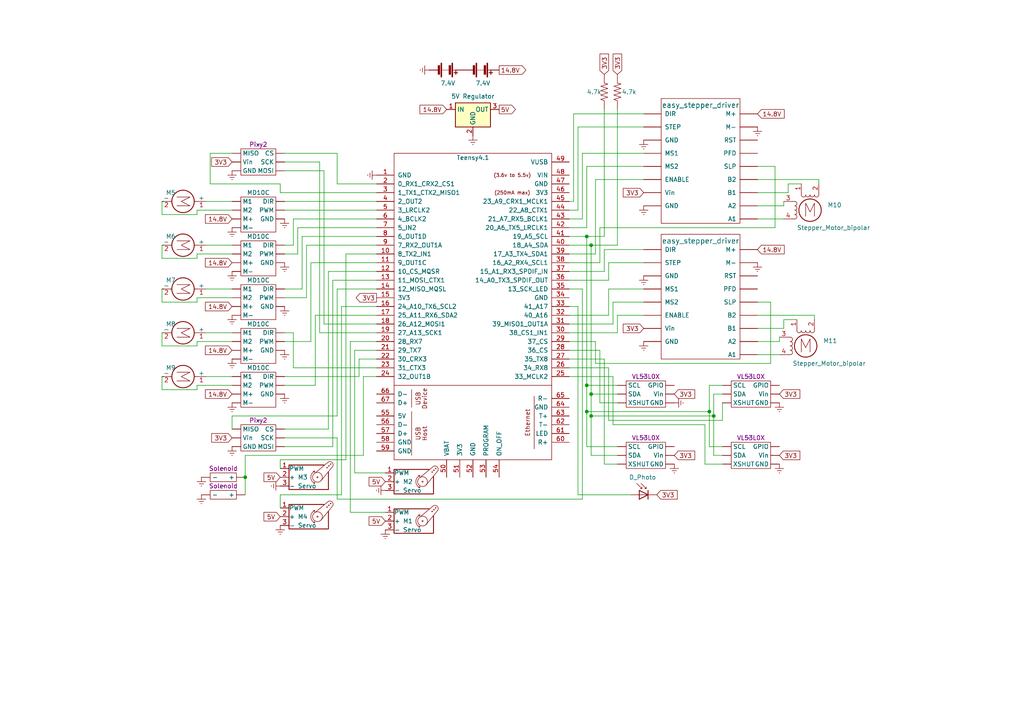
<source format=kicad_sch>
(kicad_sch (version 20230121) (generator eeschema)
  (paper "A4")
  (title_block (title "LU Robotics 2023 Electrical Schematic") (date "2023-02-25") (rev "1"))
  (lib_symbols
    (symbol "Converter_DCDC:OKI-78SR-3.3_1.5-W36-C"
      (property "Reference" "U" (at -3.81 3.175 0))
      (property "Value" "OKI-78SR-3.3_1.5-W36-C" (at 0 3.175 0))
      (symbol "OKI-78SR-3.3_1.5-W36-C_0_1"
        (rectangle (start -5.08 1.905) (end 5.08 -5.08) (stroke (width 0.254)) (fill (type background)))
      )
      (symbol "OKI-78SR-3.3_1.5-W36-C_1_1"
        (pin power_in line (at -7.62 0 0) (length 2.54) (name "IN") (number "1"))
        (pin power_in line (at 0 -7.62 90) (length 2.54) (name "GND") (number "2"))
        (pin power_out line (at 7.62 0 180) (length 2.54) (name "OUT") (number "3"))
      )
    )
    (symbol "Custom_Parts:MD10C"
      (property "Value" "MD10C" (at 0 0 0))
      (symbol "MD10C_0_1"
        (rectangle (start -5.08 -1.27) (end 5.08 -11.43))
      )
      (symbol "MD10C_1_1"
        (pin input line (at 7.62 -2.54 180) (length 2.54) (name "DIR") (number ""))
        (pin passive line (at 7.62 -7.62 180) (length 2.54) (name "GND") (number ""))
        (pin power_in line (at -7.62 -7.62 0) (length 2.54) (name "M+") (number ""))
        (pin power_in line (at -7.62 -10.16 0) (length 2.54) (name "M-") (number ""))
        (pin output line (at -7.62 -2.54 0) (length 2.54) (name "M1") (number ""))
        (pin output line (at -7.62 -5.08 0) (length 2.54) (name "M2") (number ""))
        (pin input line (at 7.62 -5.08 180) (length 2.54) (name "PWM") (number ""))
      )
    )
    (symbol "Custom_Parts:Pixy2"
      (property "name" "Pixy2" (at 0 0 0))
      (symbol "Pixy2_0_1"
        (rectangle (start -5.08 -1.27) (end 5.08 -8.89))
      )
      (symbol "Pixy2_1_1"
        (pin input line (at 7.62 -2.54 180) (length 2.54) (name "CS") (number ""))
        (pin passive line (at -7.62 -7.62 0) (length 2.54) (name "GND") (number ""))
        (pin input line (at -7.62 -2.54 0) (length 2.54) (name "MISO") (number ""))
        (pin input line (at 7.62 -7.62 180) (length 2.54) (name "MOSI") (number ""))
        (pin input line (at 7.62 -5.08 180) (length 2.54) (name "SCK") (number ""))
        (pin power_in line (at -7.62 -5.08 0) (length 2.54) (name "Vin") (number ""))
      )
    )
    (symbol "Custom_Parts:VL53L0X"
      (property "name" "VL53L0X" (at 0 0 0))
      (symbol "VL53L0X_0_1"
        (rectangle (start -5.08 -1.27) (end 6.35 -8.89))
      )
      (symbol "VL53L0X_1_1"
        (pin passive line (at 8.89 -7.62 180) (length 2.54) (name "GND") (number ""))
        (pin input line (at 8.89 -2.54 180) (length 2.54) (name "GPIO") (number ""))
        (pin bidirectional line (at -7.62 -2.54 0) (length 2.54) (name "SCL") (number ""))
        (pin bidirectional line (at -7.62 -5.08 0) (length 2.54) (name "SDA") (number ""))
        (pin power_in line (at 8.89 -5.08 180) (length 2.54) (name "Vin") (number ""))
        (pin input line (at -7.62 -7.62 0) (length 2.54) (name "XSHUT") (number ""))
      )
    )
    (symbol "Custom_Parts:solenoid"
      (property "name" "Solenoid" (at 0 0 0))
      (symbol "solenoid_0_1"
        (rectangle (start -3.81 -1.27) (end 3.81 -3.81))
      )
      (symbol "solenoid_1_1"
        (pin input line (at -6.35 -2.54 0) (length 2.54) (name "+") (number ""))
        (pin input line (at 6.35 -2.54 180) (length 2.54) (name "-") (number ""))
      )
    )
    (symbol "Device:Battery" (pin_numbers hide) (pin_names (offset 0) hide)
      (property "Reference" "BT" (at 2.54 2.54 0))
      (property "Value" "Battery" (at 2.54 0 0))
      (symbol "Battery_0_1"
        (rectangle (start -2.032 -1.397) (end 2.032 -1.651) (fill (type outline)))
        (rectangle (start -2.032 1.778) (end 2.032 1.524) (fill (type outline)))
        (rectangle (start -1.3208 -1.9812) (end 1.27 -2.4892) (fill (type outline)))
        (rectangle (start -1.3208 1.1938) (end 1.27 0.6858) (fill (type outline)))
        (polyline (pts (xy 0 -1.524) (xy 0 -1.27)))
        (polyline (pts (xy 0 -1.016) (xy 0 -0.762)))
        (polyline (pts (xy 0 -0.508) (xy 0 -0.254)))
        (polyline (pts (xy 0 0) (xy 0 0.254)))
        (polyline (pts (xy 0 0.508) (xy 0 0.762)))
        (polyline (pts (xy 0 1.778) (xy 0 2.54)))
        (polyline (pts (xy 0.254 2.667) (xy 1.27 2.667)) (stroke (width 0.254)))
        (polyline (pts (xy 0.762 3.175) (xy 0.762 2.159)) (stroke (width 0.254)))
      )
      (symbol "Battery_1_1"
        (pin passive line (at 0 5.08 270) (length 2.54) (name "+") (number "1"))
        (pin passive line (at 0 -5.08 90) (length 2.54) (name "-") (number "2"))
      )
    )
    (symbol "Device:D_Photo" (pin_numbers hide) (pin_names hide)
      (property "Reference" "D" (at 0.508 1.778 0))
      (property "Value" "D_Photo" (at -1.016 -2.794 0))
      (symbol "D_Photo_0_1"
        (polyline (pts (xy -2.54 1.27) (xy -2.54 -1.27)) (stroke (width 0.254)))
        (polyline (pts (xy -2.032 1.778) (xy -1.524 1.778)))
        (polyline (pts (xy 0 0) (xy -2.54 0)))
        (polyline (pts (xy -0.508 3.302) (xy -2.032 1.778) (xy -2.032 2.286)))
        (polyline (pts (xy 0 -1.27) (xy 0 1.27) (xy -2.54 0) (xy 0 -1.27)) (stroke (width 0.254)))
        (polyline (pts (xy 0.762 3.302) (xy -0.762 1.778) (xy -0.762 2.286) (xy -0.762 1.778) (xy -0.254 1.778)))
      )
      (symbol "D_Photo_1_1"
        (pin passive line (at -5.08 0 0) (length 2.54) (name "K") (number "1"))
        (pin passive line (at 2.54 0 180) (length 2.54) (name "A") (number "2"))
      )
    )
    (symbol "Motor:Motor_DC" (pin_names (offset 0))
      (property "Reference" "M" (at 2.54 2.54 0))
      (property "Value" "Motor_DC" (at 2.54 -5.08 0))
      (symbol "Motor_DC_0_0"
        (polyline (pts (xy -1.27 -3.302) (xy -1.27 0.508) (xy 0 -2.032) (xy 1.27 0.508) (xy 1.27 -3.302)))
      )
      (symbol "Motor_DC_0_1"
        (circle (center 0 -1.524) (radius 3.2512) (stroke (width 0.254)))
        (polyline (pts (xy 0 -7.62) (xy 0 -7.112)))
        (polyline (pts (xy 0 -4.7752) (xy 0 -5.1816)))
        (polyline (pts (xy 0 1.7272) (xy 0 2.0828)))
        (polyline (pts (xy 0 2.032) (xy 0 2.54)))
      )
      (symbol "Motor_DC_1_1"
        (pin passive line (at 0 5.08 270) (length 2.54) (name "+") (number "1"))
        (pin passive line (at 0 -7.62 90) (length 2.54) (name "-") (number "2"))
      )
    )
    (symbol "Motor:Motor_Servo" (pin_names (offset 0.0254))
      (property "Reference" "M" (at -5.08 4.445 0))
      (property "Value" "Motor_Servo" (at -5.08 -4.064 0))
      (symbol "Motor_Servo_0_1"
        (polyline (pts (xy 2.413 -1.778) (xy 2.032 -1.778)))
        (polyline (pts (xy 2.413 -1.778) (xy 2.286 -1.397)))
        (polyline (pts (xy 2.413 1.778) (xy 1.905 1.778)))
        (polyline (pts (xy 2.413 1.778) (xy 2.286 1.397)))
        (polyline (pts (xy 6.35 4.445) (xy 2.54 1.27)))
        (polyline (pts (xy 7.62 3.175) (xy 4.191 -1.016)))
        (polyline (pts (xy 5.08 3.556) (xy -5.08 3.556) (xy -5.08 -3.556) (xy 6.35 -3.556) (xy 6.35 1.524)) (stroke (width 0.254)))
        (arc (start 2.413 1.778) (mid 1.2406 0) (end 2.413 -1.778))
        (circle (center 3.175 0) (radius 0.1778))
        (circle (center 3.175 0) (radius 1.4224))
        (circle (center 5.969 2.794) (radius 0.127))
        (circle (center 6.477 3.302) (radius 0.127))
        (circle (center 6.985 3.81) (radius 0.127))
        (arc (start 7.62 3.175) (mid 7.4485 4.2735) (end 6.35 4.445))
      )
      (symbol "Motor_Servo_1_1"
        (pin passive line (at -7.62 2.54 0) (length 2.54) (name "PWM") (number "1"))
        (pin passive line (at -7.62 0 0) (length 2.54) (name "+") (number "2"))
        (pin passive line (at -7.62 -2.54 0) (length 2.54) (name "-") (number "3"))
      )
    )
    (symbol "Motor:Stepper_Motor_bipolar" (pin_names (offset 0) hide)
      (property "Reference" "M" (at 3.81 2.54 0))
      (property "Value" "Stepper_Motor_bipolar" (at 3.81 1.27 0))
      (symbol "Stepper_Motor_bipolar_0_0"
        (polyline (pts (xy -1.27 -1.778) (xy -1.27 2.032) (xy 0 -0.508) (xy 1.27 2.032) (xy 1.27 -1.778)))
      )
      (symbol "Stepper_Motor_bipolar_0_1"
        (arc (start -4.445 -2.54) (mid -3.8127 -1.905) (end -4.445 -1.27))
        (arc (start -4.445 -1.27) (mid -3.8127 -0.635) (end -4.445 0))
        (arc (start -4.445 0) (mid -3.8127 0.635) (end -4.445 1.27))
        (arc (start -4.445 1.27) (mid -3.8127 1.905) (end -4.445 2.54))
        (arc (start -2.54 4.445) (mid -1.905 3.8127) (end -1.27 4.445))
        (arc (start -1.27 4.445) (mid -0.635 3.8127) (end 0 4.445))
        (polyline (pts (xy -5.08 -2.54) (xy -4.445 -2.54)))
        (polyline (pts (xy -5.08 2.54) (xy -4.445 2.54)))
        (polyline (pts (xy -2.54 5.08) (xy -2.54 4.445)))
        (polyline (pts (xy 2.54 5.08) (xy 2.54 4.445)))
        (circle (center 0 0) (radius 3.2512) (stroke (width 0.254)))
        (arc (start 0 4.445) (mid 0.635 3.8127) (end 1.27 4.445))
        (arc (start 1.27 4.445) (mid 1.905 3.8127) (end 2.54 4.445))
      )
      (symbol "Stepper_Motor_bipolar_1_1"
        (pin passive line (at -2.54 7.62 270) (length 2.54) (name "~") (number "1"))
        (pin passive line (at 2.54 7.62 270) (length 2.54) (name "-") (number "2"))
        (pin passive line (at -7.62 2.54 0) (length 2.54) (name "~") (number "3"))
        (pin passive line (at -7.62 -2.54 0) (length 2.54) (name "~") (number "4"))
      )
    )
    (symbol "SparkFun:RESISTOR2010" (pin_numbers hide) (pin_names (offset 1.016) hide)
      (property "Reference" "R" (at -3.81 2.54 0))
      (property "Value" "RESISTOR2010" (at -3.81 -3.302 0))
      (symbol "RESISTOR2010_1_0"
        (polyline (pts (xy -2.54 0) (xy -2.159 1.016)))
        (polyline (pts (xy -2.159 1.016) (xy -1.524 -1.016)))
        (polyline (pts (xy -1.524 -1.016) (xy -0.889 1.016)))
        (polyline (pts (xy -0.889 1.016) (xy -0.254 -1.016)))
        (polyline (pts (xy -0.254 -1.016) (xy 0.381 1.016)))
        (polyline (pts (xy 0.381 1.016) (xy 1.016 -1.016)))
        (polyline (pts (xy 1.016 -1.016) (xy 1.651 1.016)))
        (polyline (pts (xy 1.651 1.016) (xy 2.286 -1.016)))
        (polyline (pts (xy 2.286 -1.016) (xy 2.54 0)))
      )
      (symbol "RESISTOR2010_1_1"
        (pin passive line (at -5.08 0 0) (length 2.54) (name "1") (number "1"))
        (pin passive line (at 5.08 0 180) (length 2.54) (name "2") (number "2"))
      )
    )
    (symbol "easy_stepper_driver:easy_stepper_driver" (pin_names (offset 1.016))
      (property "Value" "easy_stepper_driver" (at -10.16 20.32 0))
      (symbol "easy_stepper_driver_0_1"
        (rectangle (start -21.59 22.225) (end 1.27 -13.97))
      )
      (symbol "easy_stepper_driver_1_1"
        (pin output line (at 6.35 -12.7 180) (length 5.08) (name "A1") (number ""))
        (pin output line (at 6.35 -8.89 180) (length 5.08) (name "A2") (number ""))
        (pin output line (at 6.35 -5.08 180) (length 5.08) (name "B1") (number ""))
        (pin output line (at 6.35 -1.27 180) (length 5.08) (name "B2") (number ""))
        (pin input line (at -26.67 17.78 0) (length 5.08) (name "DIR") (number ""))
        (pin input line (at -26.67 -1.27 0) (length 5.08) (name "ENABLE") (number ""))
        (pin input line (at -26.67 -8.89 0) (length 5.08) (name "GND") (number ""))
        (pin input line (at -26.67 10.16 0) (length 5.08) (name "GND") (number ""))
        (pin input line (at 6.35 17.78 180) (length 5.08) (name "M+") (number ""))
        (pin input line (at 6.35 13.97 180) (length 5.08) (name "M-") (number ""))
        (pin input line (at -26.67 6.35 0) (length 5.08) (name "MS1") (number ""))
        (pin input line (at -26.67 2.54 0) (length 5.08) (name "MS2") (number ""))
        (pin input line (at 6.35 6.35 180) (length 5.08) (name "PFD") (number ""))
        (pin input line (at 6.35 10.16 180) (length 5.08) (name "RST") (number ""))
        (pin input line (at 6.35 2.54 180) (length 5.08) (name "SLP") (number ""))
        (pin input line (at -26.67 13.97 0) (length 5.08) (name "STEP") (number ""))
        (pin input line (at -26.67 -5.08 0) (length 5.08) (name "Vin") (number ""))
      )
    )
    (symbol "power:GNDREF" (power) (pin_names (offset 0))
      (property "Value" "GNDREF" (at 0 -3.81 0))
      (symbol "GNDREF_0_1"
        (polyline (pts (xy -0.635 -1.905) (xy 0.635 -1.905)))
        (polyline (pts (xy -0.127 -2.54) (xy 0.127 -2.54)))
        (polyline (pts (xy 0 -1.27) (xy 0 0)))
        (polyline (pts (xy 1.27 -1.27) (xy -1.27 -1.27)))
      )
      (symbol "GNDREF_1_1"
        (pin power_in line (at 0 0 270) (length 0) hide (name "GNDREF") (number "1"))
      )
    )
    (symbol "teensy:Teensy4.1" (pin_names (offset 1.016))
      (property "Reference" "U" (at 0 64.77 0))
      (property "Value" "Teensy4.1" (at 0 62.23 0))
      (symbol "Teensy4.1_0_0"
        (polyline (pts (xy -22.86 -6.35) (xy 22.86 -6.35)))
        (polyline (pts (xy -17.78 -26.67) (xy -17.78 -13.97)))
        (polyline (pts (xy -17.78 -7.62) (xy -17.78 -12.7)))
        (polyline (pts (xy 17.78 -9.525) (xy 17.78 -24.765)))
        (text "(250mA max)" (at 11.43 49.53 0) (effects (font (size 1.016 1.016))))
        (text "(3.6v to 5.5v)" (at 11.43 54.61 0) (effects (font (size 1.016 1.016))))
        (text "Device" (at -13.97 -10.16 900) (effects (font (size 1.27 1.27))))
        (text "Ethernet" (at 15.875 -17.145 900) (effects (font (size 1.27 1.27))))
        (text "Host" (at -13.97 -20.32 900) (effects (font (size 1.27 1.27))))
        (text "USB" (at -15.875 -20.32 900) (effects (font (size 1.27 1.27))))
        (text "USB" (at -15.875 -10.16 900) (effects (font (size 1.27 1.27))))
        (pin bidirectional line (at -27.94 31.75 0) (length 5.08) (name "8_TX2_IN1") (number "10"))
        (pin bidirectional line (at -27.94 29.21 0) (length 5.08) (name "9_OUT1C") (number "11"))
        (pin bidirectional line (at -27.94 26.67 0) (length 5.08) (name "10_CS_MQSR") (number "12"))
        (pin bidirectional line (at -27.94 24.13 0) (length 5.08) (name "11_MOSI_CTX1") (number "13"))
        (pin bidirectional line (at -27.94 21.59 0) (length 5.08) (name "12_MISO_MQSL") (number "14"))
        (pin power_in line (at -27.94 19.05 0) (length 5.08) (name "3V3") (number "15"))
        (pin bidirectional line (at -27.94 16.51 0) (length 5.08) (name "24_A10_TX6_SCL2") (number "16"))
        (pin bidirectional line (at -27.94 13.97 0) (length 5.08) (name "25_A11_RX6_SDA2") (number "17"))
        (pin bidirectional line (at -27.94 11.43 0) (length 5.08) (name "26_A12_MOSI1") (number "18"))
        (pin bidirectional line (at -27.94 8.89 0) (length 5.08) (name "27_A13_SCK1") (number "19"))
        (pin bidirectional line (at -27.94 6.35 0) (length 5.08) (name "28_RX7") (number "20"))
        (pin bidirectional line (at -27.94 3.81 0) (length 5.08) (name "29_TX7") (number "21"))
        (pin bidirectional line (at -27.94 1.27 0) (length 5.08) (name "30_CRX3") (number "22"))
        (pin bidirectional line (at -27.94 -1.27 0) (length 5.08) (name "31_CTX3") (number "23"))
        (pin bidirectional line (at -27.94 -3.81 0) (length 5.08) (name "32_OUT1B") (number "24"))
        (pin bidirectional line (at 27.94 -3.81 180) (length 5.08) (name "33_MCLK2") (number "25"))
        (pin bidirectional line (at 27.94 -1.27 180) (length 5.08) (name "34_RX8") (number "26"))
        (pin bidirectional line (at 27.94 1.27 180) (length 5.08) (name "35_TX8") (number "27"))
        (pin bidirectional line (at 27.94 3.81 180) (length 5.08) (name "36_CS") (number "28"))
        (pin bidirectional line (at 27.94 6.35 180) (length 5.08) (name "37_CS") (number "29"))
        (pin bidirectional line (at 27.94 8.89 180) (length 5.08) (name "38_CS1_IN1") (number "30"))
        (pin bidirectional line (at 27.94 11.43 180) (length 5.08) (name "39_MISO1_OUT1A") (number "31"))
        (pin bidirectional line (at 27.94 13.97 180) (length 5.08) (name "40_A16") (number "32"))
        (pin bidirectional line (at 27.94 16.51 180) (length 5.08) (name "41_A17") (number "33"))
        (pin bidirectional line (at 27.94 21.59 180) (length 5.08) (name "13_SCK_LED") (number "35"))
        (pin bidirectional line (at 27.94 24.13 180) (length 5.08) (name "14_A0_TX3_SPDIF_OUT") (number "36"))
        (pin bidirectional line (at 27.94 26.67 180) (length 5.08) (name "15_A1_RX3_SPDIF_IN") (number "37"))
        (pin bidirectional line (at 27.94 29.21 180) (length 5.08) (name "16_A2_RX4_SCL1") (number "38"))
        (pin bidirectional line (at 27.94 31.75 180) (length 5.08) (name "17_A3_TX4_SDA1") (number "39"))
        (pin bidirectional line (at 27.94 34.29 180) (length 5.08) (name "18_A4_SDA") (number "40"))
        (pin bidirectional line (at 27.94 36.83 180) (length 5.08) (name "19_A5_SCL") (number "41"))
        (pin bidirectional line (at 27.94 39.37 180) (length 5.08) (name "20_A6_TX5_LRCLK1") (number "42"))
        (pin bidirectional line (at 27.94 41.91 180) (length 5.08) (name "21_A7_RX5_BCLK1") (number "43"))
        (pin bidirectional line (at 27.94 44.45 180) (length 5.08) (name "22_A8_CTX1") (number "44"))
        (pin bidirectional line (at 27.94 46.99 180) (length 5.08) (name "23_A9_CRX1_MCLK1") (number "45"))
        (pin output line (at 27.94 49.53 180) (length 5.08) (name "3V3") (number "46"))
        (pin output line (at 27.94 52.07 180) (length 5.08) (name "GND") (number "47"))
        (pin power_in line (at 27.94 54.61 180) (length 5.08) (name "VIN") (number "48"))
        (pin power_out line (at 27.94 58.42 180) (length 5.08) (name "VUSB") (number "49"))
        (pin bidirectional line (at -27.94 44.45 0) (length 5.08) (name "3_LRCLK2") (number "5"))
        (pin power_in line (at -7.62 -33.02 90) (length 5.08) (name "VBAT") (number "50"))
        (pin power_in line (at -3.81 -33.02 90) (length 5.08) (name "3V3") (number "51"))
        (pin input line (at 0 -33.02 90) (length 5.08) (name "GND") (number "52"))
        (pin input line (at 3.81 -33.02 90) (length 5.08) (name "PROGRAM") (number "53"))
        (pin input line (at 7.62 -33.02 90) (length 5.08) (name "ON_OFF") (number "54"))
        (pin power_out line (at -27.94 -15.24 0) (length 5.08) (name "5V") (number "55"))
        (pin bidirectional line (at -27.94 -17.78 0) (length 5.08) (name "D-") (number "56"))
        (pin bidirectional line (at -27.94 -20.32 0) (length 5.08) (name "D+") (number "57"))
        (pin power_in line (at -27.94 -22.86 0) (length 5.08) (name "GND") (number "58"))
        (pin power_in line (at -27.94 -25.4 0) (length 5.08) (name "GND") (number "59"))
        (pin bidirectional line (at -27.94 41.91 0) (length 5.08) (name "4_BCLK2") (number "6"))
        (pin bidirectional line (at 27.94 -22.86 180) (length 5.08) (name "R+") (number "60"))
        (pin bidirectional line (at 27.94 -20.32 180) (length 5.08) (name "LED") (number "61"))
        (pin bidirectional line (at 27.94 -17.78 180) (length 5.08) (name "T-") (number "62"))
        (pin bidirectional line (at 27.94 -15.24 180) (length 5.08) (name "T+") (number "63"))
        (pin power_in line (at 27.94 -12.7 180) (length 5.08) (name "GND") (number "64"))
        (pin bidirectional line (at 27.94 -10.16 180) (length 5.08) (name "R-") (number "65"))
        (pin bidirectional line (at -27.94 -8.89 0) (length 5.08) (name "D-") (number "66"))
        (pin bidirectional line (at -27.94 -11.43 0) (length 5.08) (name "D+") (number "67"))
        (pin bidirectional line (at -27.94 39.37 0) (length 5.08) (name "5_IN2") (number "7"))
        (pin bidirectional line (at -27.94 36.83 0) (length 5.08) (name "6_OUT1D") (number "8"))
        (pin bidirectional line (at -27.94 34.29 0) (length 5.08) (name "7_RX2_OUT1A") (number "9"))
      )
      (symbol "Teensy4.1_0_1"
        (rectangle (start -22.86 60.96) (end 22.86 -27.94))
        (rectangle (start -20.32 -1.27) (end -20.32 -1.27))
      )
      (symbol "Teensy4.1_1_1"
        (pin power_in line (at -27.94 54.61 0) (length 5.08) (name "GND") (number "1"))
        (pin bidirectional line (at -27.94 52.07 0) (length 5.08) (name "0_RX1_CRX2_CS1") (number "2"))
        (pin bidirectional line (at -27.94 49.53 0) (length 5.08) (name "1_TX1_CTX2_MISO1") (number "3"))
        (pin power_in line (at 27.94 19.05 180) (length 5.08) (name "GND") (number "34"))
        (pin bidirectional line (at -27.94 46.99 0) (length 5.08) (name "2_OUT2") (number "4"))
      )
    )
  )
  (junction (at 170.18 111.76))
  (junction (at 170.18 68.58))
  (junction (at 207.01 120.65))
  (junction (at 170.18 119.38))
  (junction (at 171.45 120.65))
  (junction (at 205.74 119.38))
  (junction (at 171.45 71.12))
  (junction (at 171.45 114.3))
  (junction (at 71.12 138.43))
  (wire (pts (xy 237.49 52.07) (xy 237.49 53.34)))
  (wire (pts (xy 81.28 133.35) (xy 81.28 135.89)))
  (wire (pts (xy 177.8 123.19) (xy 204.47 123.19)))
  (wire (pts (xy 179.07 71.12) (xy 179.07 31.75)))
  (wire (pts (xy 219.71 91.44) (xy 236.22 91.44)))
  (wire (pts (xy 179.07 96.52) (xy 165.1 96.52)))
  (wire (pts (xy 170.18 119.38) (xy 170.18 129.54)))
  (wire (pts (xy 219.71 99.06) (xy 226.06 99.06)))
  (wire (pts (xy 167.64 88.9) (xy 167.64 143.51)))
  (wire (pts (xy 227.33 59.69) (xy 227.33 58.42)))
  (wire (pts (xy 173.99 76.2) (xy 165.1 76.2)))
  (wire (pts (xy 109.22 93.98) (xy 93.98 93.98)))
  (wire (pts (xy 46.99 74.93) (xy 46.99 71.12)))
  (wire (pts (xy 88.9 86.36) (xy 88.9 71.12)))
  (wire (pts (xy 87.63 68.58) (xy 109.22 68.58)))
  (wire (pts (xy 46.99 87.63) (xy 46.99 83.82)))
  (wire (pts (xy 85.09 71.12) (xy 85.09 63.5)))
  (wire (pts (xy 165.1 73.66) (xy 172.72 73.66)))
  (wire (pts (xy 82.55 71.12) (xy 85.09 71.12)))
  (wire (pts (xy 165.1 99.06) (xy 172.72 99.06)))
  (wire (pts (xy 172.72 73.66) (xy 172.72 52.07)))
  (wire (pts (xy 60.96 44.45) (xy 67.31 44.45)))
  (wire (pts (xy 57.15 111.76) (xy 57.15 113.03)))
  (wire (pts (xy 176.53 121.92) (xy 176.53 106.68)))
  (wire (pts (xy 71.12 132.08) (xy 71.12 138.43)))
  (wire (pts (xy 86.36 73.66) (xy 86.36 66.04)))
  (wire (pts (xy 82.55 96.52) (xy 85.09 96.52)))
  (wire (pts (xy 82.55 111.76) (xy 91.44 111.76)))
  (wire (pts (xy 96.52 129.54) (xy 82.55 129.54)))
  (wire (pts (xy 172.72 52.07) (xy 186.69 52.07)))
  (wire (pts (xy 85.09 63.5) (xy 109.22 63.5)))
  (wire (pts (xy 173.99 101.6) (xy 165.1 101.6)))
  (wire (pts (xy 67.31 60.96) (xy 57.15 60.96)))
  (wire (pts (xy 57.15 100.33) (xy 46.99 100.33)))
  (wire (pts (xy 226.06 99.06) (xy 226.06 97.79)))
  (wire (pts (xy 204.47 134.62) (xy 209.55 134.62)))
  (wire (pts (xy 105.41 132.08) (xy 71.12 132.08)))
  (wire (pts (xy 82.55 44.45) (xy 97.79 44.45)))
  (wire (pts (xy 97.79 120.65) (xy 67.31 120.65)))
  (wire (pts (xy 67.31 120.65) (xy 67.31 124.46)))
  (wire (pts (xy 60.96 44.45) (xy 60.96 53.34)))
  (wire (pts (xy 175.26 78.74) (xy 175.26 72.39)))
  (wire (pts (xy 101.6 99.06) (xy 101.6 148.59)))
  (wire (pts (xy 209.55 114.3) (xy 207.01 114.3)))
  (wire (pts (xy 170.18 119.38) (xy 205.74 119.38)))
  (wire (pts (xy 97.79 53.34) (xy 109.22 53.34)))
  (wire (pts (xy 81.28 53.34) (xy 81.28 55.88)))
  (wire (pts (xy 207.01 120.65) (xy 207.01 132.08)))
  (wire (pts (xy 179.07 91.44) (xy 179.07 96.52)))
  (wire (pts (xy 219.71 55.88) (xy 228.6 55.88)))
  (wire (pts (xy 172.72 105.41) (xy 172.72 99.06)))
  (wire (pts (xy 173.99 66.04) (xy 173.99 76.2)))
  (wire (pts (xy 85.09 96.52) (xy 85.09 106.68)))
  (wire (pts (xy 236.22 91.44) (xy 236.22 92.71)))
  (wire (pts (xy 176.53 81.28) (xy 176.53 76.2)))
  (wire (pts (xy 67.31 71.12) (xy 59.69 71.12)))
  (wire (pts (xy 171.45 114.3) (xy 171.45 120.65)))
  (wire (pts (xy 175.26 68.58) (xy 175.26 31.75)))
  (wire (pts (xy 168.91 44.45) (xy 186.69 44.45)))
  (wire (pts (xy 219.71 63.5) (xy 227.33 63.5)))
  (wire (pts (xy 46.99 100.33) (xy 46.99 96.52)))
  (wire (pts (xy 57.15 99.06) (xy 57.15 100.33)))
  (wire (pts (xy 67.31 73.66) (xy 57.15 73.66)))
  (wire (pts (xy 96.52 81.28) (xy 96.52 129.54)))
  (wire (pts (xy 172.72 105.41) (xy 223.52 105.41)))
  (wire (pts (xy 67.31 58.42) (xy 59.69 58.42)))
  (wire (pts (xy 57.15 62.23) (xy 46.99 62.23)))
  (wire (pts (xy 165.1 58.42) (xy 166.37 58.42)))
  (wire (pts (xy 97.79 44.45) (xy 97.79 53.34)))
  (wire (pts (xy 67.31 86.36) (xy 57.15 86.36)))
  (wire (pts (xy 109.22 78.74) (xy 95.25 78.74)))
  (wire (pts (xy 219.71 48.26) (xy 224.79 48.26)))
  (wire (pts (xy 57.15 113.03) (xy 46.99 113.03)))
  (wire (pts (xy 223.52 105.41) (xy 223.52 87.63)))
  (wire (pts (xy 59.69 96.52) (xy 67.31 96.52)))
  (wire (pts (xy 91.44 91.44) (xy 109.22 91.44)))
  (wire (pts (xy 57.15 87.63) (xy 46.99 87.63)))
  (wire (pts (xy 175.26 134.62) (xy 175.26 104.14)))
  (wire (pts (xy 82.55 127) (xy 97.79 127)))
  (wire (pts (xy 168.91 83.82) (xy 165.1 83.82)))
  (wire (pts (xy 227.33 92.71) (xy 231.14 92.71)))
  (wire (pts (xy 59.69 109.22) (xy 67.31 109.22)))
  (wire (pts (xy 177.8 123.19) (xy 177.8 109.22)))
  (wire (pts (xy 57.15 73.66) (xy 57.15 74.93)))
  (wire (pts (xy 167.64 36.83) (xy 186.69 36.83)))
  (wire (pts (xy 85.09 106.68) (xy 109.22 106.68)))
  (wire (pts (xy 105.41 109.22) (xy 105.41 132.08)))
  (wire (pts (xy 102.87 101.6) (xy 102.87 137.16)))
  (wire (pts (xy 99.06 143.51) (xy 81.28 143.51)))
  (wire (pts (xy 104.14 109.22) (xy 104.14 104.14)))
  (wire (pts (xy 186.69 87.63) (xy 177.8 87.63)))
  (wire (pts (xy 100.33 133.35) (xy 81.28 133.35)))
  (wire (pts (xy 186.69 83.82) (xy 176.53 83.82)))
  (wire (pts (xy 97.79 144.78) (xy 168.91 144.78)))
  (wire (pts (xy 82.55 60.96) (xy 109.22 60.96)))
  (wire (pts (xy 205.74 119.38) (xy 205.74 129.54)))
  (wire (pts (xy 171.45 71.12) (xy 179.07 71.12)))
  (wire (pts (xy 104.14 104.14) (xy 109.22 104.14)))
  (wire (pts (xy 177.8 109.22) (xy 165.1 109.22)))
  (wire (pts (xy 109.22 81.28) (xy 96.52 81.28)))
  (wire (pts (xy 109.22 109.22) (xy 105.41 109.22)))
  (wire (pts (xy 87.63 83.82) (xy 87.63 68.58)))
  (wire (pts (xy 91.44 111.76) (xy 91.44 91.44)))
  (wire (pts (xy 57.15 60.96) (xy 57.15 62.23)))
  (wire (pts (xy 99.06 88.9) (xy 99.06 143.51)))
  (wire (pts (xy 165.1 68.58) (xy 170.18 68.58)))
  (wire (pts (xy 59.69 83.82) (xy 67.31 83.82)))
  (wire (pts (xy 82.55 83.82) (xy 87.63 83.82)))
  (wire (pts (xy 86.36 66.04) (xy 109.22 66.04)))
  (wire (pts (xy 170.18 68.58) (xy 175.26 68.58)))
  (wire (pts (xy 109.22 96.52) (xy 92.71 96.52)))
  (wire (pts (xy 82.55 73.66) (xy 86.36 73.66)))
  (wire (pts (xy 60.96 53.34) (xy 81.28 53.34)))
  (wire (pts (xy 219.71 52.07) (xy 237.49 52.07)))
  (wire (pts (xy 95.25 124.46) (xy 82.55 124.46)))
  (wire (pts (xy 81.28 143.51) (xy 81.28 147.32)))
  (wire (pts (xy 95.25 78.74) (xy 95.25 124.46)))
  (wire (pts (xy 90.17 76.2) (xy 109.22 76.2)))
  (wire (pts (xy 93.98 93.98) (xy 93.98 49.53)))
  (wire (pts (xy 207.01 114.3) (xy 207.01 120.65)))
  (wire (pts (xy 176.53 106.68) (xy 165.1 106.68)))
  (wire (pts (xy 176.53 83.82) (xy 176.53 91.44)))
  (wire (pts (xy 173.99 116.84) (xy 173.99 101.6)))
  (wire (pts (xy 82.55 86.36) (xy 88.9 86.36)))
  (wire (pts (xy 165.1 78.74) (xy 175.26 78.74)))
  (wire (pts (xy 209.55 121.92) (xy 209.55 116.84)))
  (wire (pts (xy 224.79 66.04) (xy 173.99 66.04)))
  (wire (pts (xy 228.6 53.34) (xy 232.41 53.34)))
  (wire (pts (xy 219.71 95.25) (xy 227.33 95.25)))
  (wire (pts (xy 177.8 87.63) (xy 177.8 93.98)))
  (wire (pts (xy 165.1 63.5) (xy 168.91 63.5)))
  (wire (pts (xy 100.33 73.66) (xy 100.33 133.35)))
  (wire (pts (xy 219.71 102.87) (xy 226.06 102.87)))
  (wire (pts (xy 93.98 49.53) (xy 82.55 49.53)))
  (wire (pts (xy 205.74 129.54) (xy 209.55 129.54)))
  (wire (pts (xy 224.79 48.26) (xy 224.79 66.04)))
  (wire (pts (xy 67.31 111.76) (xy 57.15 111.76)))
  (wire (pts (xy 165.1 88.9) (xy 167.64 88.9)))
  (wire (pts (xy 82.55 109.22) (xy 104.14 109.22)))
  (wire (pts (xy 168.91 63.5) (xy 168.91 44.45)))
  (wire (pts (xy 46.99 62.23) (xy 46.99 58.42)))
  (wire (pts (xy 207.01 132.08) (xy 209.55 132.08)))
  (wire (pts (xy 227.33 95.25) (xy 227.33 92.71)))
  (wire (pts (xy 177.8 93.98) (xy 165.1 93.98)))
  (wire (pts (xy 82.55 58.42) (xy 109.22 58.42)))
  (wire (pts (xy 204.47 123.19) (xy 204.47 134.62)))
  (wire (pts (xy 165.1 60.96) (xy 167.64 60.96)))
  (wire (pts (xy 57.15 86.36) (xy 57.15 87.63)))
  (wire (pts (xy 171.45 120.65) (xy 207.01 120.65)))
  (wire (pts (xy 92.71 46.99) (xy 82.55 46.99)))
  (wire (pts (xy 170.18 68.58) (xy 170.18 111.76)))
  (wire (pts (xy 170.18 111.76) (xy 170.18 119.38)))
  (wire (pts (xy 165.1 66.04) (xy 170.18 66.04)))
  (wire (pts (xy 90.17 99.06) (xy 90.17 76.2)))
  (wire (pts (xy 175.26 104.14) (xy 165.1 104.14)))
  (wire (pts (xy 170.18 48.26) (xy 186.69 48.26)))
  (wire (pts (xy 219.71 59.69) (xy 227.33 59.69)))
  (wire (pts (xy 223.52 87.63) (xy 219.71 87.63)))
  (wire (pts (xy 109.22 99.06) (xy 101.6 99.06)))
  (wire (pts (xy 92.71 96.52) (xy 92.71 46.99)))
  (wire (pts (xy 102.87 101.6) (xy 109.22 101.6)))
  (wire (pts (xy 71.12 138.43) (xy 71.12 143.51)))
  (wire (pts (xy 175.26 134.62) (xy 179.07 134.62)))
  (wire (pts (xy 228.6 55.88) (xy 228.6 53.34)))
  (wire (pts (xy 170.18 129.54) (xy 179.07 129.54)))
  (wire (pts (xy 170.18 66.04) (xy 170.18 48.26)))
  (wire (pts (xy 100.33 73.66) (xy 109.22 73.66)))
  (wire (pts (xy 205.74 119.38) (xy 205.74 111.76)))
  (wire (pts (xy 82.55 99.06) (xy 90.17 99.06)))
  (wire (pts (xy 173.99 116.84) (xy 179.07 116.84)))
  (wire (pts (xy 176.53 76.2) (xy 186.69 76.2)))
  (wire (pts (xy 165.1 81.28) (xy 176.53 81.28)))
  (wire (pts (xy 171.45 120.65) (xy 171.45 132.08)))
  (wire (pts (xy 57.15 74.93) (xy 46.99 74.93)))
  (wire (pts (xy 109.22 88.9) (xy 99.06 88.9)))
  (wire (pts (xy 168.91 144.78) (xy 168.91 83.82)))
  (wire (pts (xy 175.26 72.39) (xy 186.69 72.39)))
  (wire (pts (xy 102.87 137.16) (xy 111.76 137.16)))
  (wire (pts (xy 171.45 132.08) (xy 179.07 132.08)))
  (wire (pts (xy 97.79 127) (xy 97.79 144.78)))
  (wire (pts (xy 205.74 111.76) (xy 209.55 111.76)))
  (wire (pts (xy 166.37 33.02) (xy 186.69 33.02)))
  (wire (pts (xy 109.22 83.82) (xy 97.79 83.82)))
  (wire (pts (xy 88.9 71.12) (xy 109.22 71.12)))
  (wire (pts (xy 165.1 71.12) (xy 171.45 71.12)))
  (wire (pts (xy 176.53 121.92) (xy 209.55 121.92)))
  (wire (pts (xy 81.28 55.88) (xy 109.22 55.88)))
  (wire (pts (xy 167.64 60.96) (xy 167.64 36.83)))
  (wire (pts (xy 170.18 111.76) (xy 179.07 111.76)))
  (wire (pts (xy 176.53 91.44) (xy 165.1 91.44)))
  (wire (pts (xy 166.37 58.42) (xy 166.37 33.02)))
  (wire (pts (xy 67.31 99.06) (xy 57.15 99.06)))
  (wire (pts (xy 101.6 148.59) (xy 111.76 148.59)))
  (wire (pts (xy 186.69 91.44) (xy 179.07 91.44)))
  (wire (pts (xy 171.45 114.3) (xy 179.07 114.3)))
  (wire (pts (xy 97.79 83.82) (xy 97.79 120.65)))
  (wire (pts (xy 46.99 109.22) (xy 46.99 113.03)))
  (wire (pts (xy 167.64 143.51) (xy 182.88 143.51)))
  (wire (pts (xy 171.45 71.12) (xy 171.45 114.3)))
  (global_label "3V3" (shape input) (at 186.69 55.88 180) (property "Intersheetrefs" "${INTERSHEET_REFS}" (effects hide)))
  (global_label "3V3" (shape input) (at 186.69 95.25 180) (property "Intersheetrefs" "${INTERSHEET_REFS}" (effects hide)))
  (global_label "3V3" (shape input) (at 67.31 46.99 180) (property "Intersheetrefs" "${INTERSHEET_REFS}" (effects hide)))
  (global_label "14.8V" (shape input) (at 67.31 76.2 180) (property "Intersheetrefs" "${INTERSHEET_REFS}" (effects hide)))
  (global_label "3V3" (shape input) (at 190.5 143.51 0) (property "Intersheetrefs" "${INTERSHEET_REFS}" (effects hide)))
  (global_label "14.8V" (shape input) (at 219.71 33.02 0) (property "Intersheetrefs" "${INTERSHEET_REFS}" (effects hide)))
  (global_label "5V" (shape input) (at 111.76 151.13 180) (property "Intersheetrefs" "${INTERSHEET_REFS}" (effects hide)))
  (global_label "3V3" (shape input) (at 175.26 21.59 90) (property "Intersheetrefs" "${INTERSHEET_REFS}" (effects hide)))
  (global_label "3V3" (shape input) (at 195.58 114.3 0) (property "Intersheetrefs" "${INTERSHEET_REFS}" (effects hide)))
  (global_label "3V3" (shape input) (at 67.31 127 180) (property "Intersheetrefs" "${INTERSHEET_REFS}" (effects hide)))
  (global_label "14.8V" (shape output) (at 144.78 20.32 0) (property "Intersheetrefs" "${INTERSHEET_REFS}" (effects hide)))
  (global_label "5V" (shape input) (at 111.76 139.7 180) (property "Intersheetrefs" "${INTERSHEET_REFS}" (effects hide)))
  (global_label "14.8V" (shape input) (at 219.71 72.39 0) (property "Intersheetrefs" "${INTERSHEET_REFS}" (effects hide)))
  (global_label "5V" (shape input) (at 81.28 138.43 180) (property "Intersheetrefs" "${INTERSHEET_REFS}" (effects hide)))
  (global_label "14.8V" (shape input) (at 67.31 101.6 180) (property "Intersheetrefs" "${INTERSHEET_REFS}" (effects hide)))
  (global_label "14.8V" (shape input) (at 129.54 31.75 180) (property "Intersheetrefs" "${INTERSHEET_REFS}" (effects hide)))
  (global_label "5V" (shape output) (at 144.78 31.75 0) (property "Intersheetrefs" "${INTERSHEET_REFS}" (effects hide)))
  (global_label "3V3" (shape input) (at 226.06 132.08 0) (property "Intersheetrefs" "${INTERSHEET_REFS}" (effects hide)))
  (global_label "3V3" (shape input) (at 179.07 21.59 90) (property "Intersheetrefs" "${INTERSHEET_REFS}" (effects hide)))
  (global_label "3V3" (shape input) (at 195.58 132.08 0) (property "Intersheetrefs" "${INTERSHEET_REFS}" (effects hide)))
  (global_label "14.8V" (shape input) (at 67.31 63.5 180) (property "Intersheetrefs" "${INTERSHEET_REFS}" (effects hide)))
  (global_label "3V3" (shape output) (at 109.22 86.36 180) (property "Intersheetrefs" "${INTERSHEET_REFS}" (effects hide)))
  (global_label "3V3" (shape input) (at 226.06 114.3 0) (property "Intersheetrefs" "${INTERSHEET_REFS}" (effects hide)))
  (global_label "14.8V" (shape input) (at 67.31 114.3 180) (property "Intersheetrefs" "${INTERSHEET_REFS}" (effects hide)))
  (global_label "5V" (shape input) (at 81.28 149.86 180) (property "Intersheetrefs" "${INTERSHEET_REFS}" (effects hide)))
  (global_label "14.8V" (shape input) (at 67.31 88.9 180) (property "Intersheetrefs" "${INTERSHEET_REFS}" (effects hide)))
  (symbol (lib_id "power:GNDREF") (at 67.31 66.04 0) (unit 1)
    (property "Reference" "#PWR08" (effects hide))
    (property "Value" "GNDREF" (effects hide))
  )
  (symbol (lib_id "power:GNDREF") (at 219.71 36.83 0) (unit 1)
    (property "Reference" "#PWR023" (effects hide))
    (property "Value" "GNDREF" (effects hide))
  )
  (symbol (lib_id "power:GNDREF") (at 82.55 63.5 0) (unit 1)
    (property "Reference" "#PWR?" (effects hide))
    (property "Value" "GNDREF" (effects hide))
  )
  (symbol (lib_id "power:GNDREF") (at 137.16 39.37 0) (unit 1)
    (property "Reference" "#PWR028" (effects hide))
    (property "Value" "GNDREF" (effects hide))
  )
  (symbol (lib_id "power:GNDREF") (at 186.69 40.64 0) (unit 1)
    (property "Reference" "#PWR015" (effects hide))
    (property "Value" "GNDREF" (effects hide))
  )
  (symbol (lib_id "Motor:Motor_Servo") (at 119.38 151.13 0) (unit 1)
    (property "Reference" "M1" (at 116.84 151.13 0) (effects (justify left)))
    (property "Value" "Servo" (at 116.84 153.67 0) (effects (justify left)))
    (property "Datasheet" "http://forums.parallax.com/uploads/attachments/46831/74481.png" (effects hide))
  )
  (symbol (lib_id "Motor:Motor_Servo") (at 119.38 139.7 0) (unit 1)
    (property "Reference" "M2" (at 116.84 139.7 0) (effects (justify left)))
    (property "Value" "Servo" (at 116.84 142.24 0) (effects (justify left)))
    (property "Datasheet" "http://forums.parallax.com/uploads/attachments/46831/74481.png" (effects hide))
  )
  (symbol (lib_id "power:GNDREF") (at 195.58 134.62 0) (unit 1)
    (property "Reference" "#PWR020" (effects hide))
    (property "Value" "GNDREF" (effects hide))
  )
  (symbol (lib_id "power:GNDREF") (at 111.76 142.24 270) (unit 1)
    (property "Reference" "#PWR06" (effects hide))
    (property "Value" "GNDREF" (effects hide))
  )
  (symbol (lib_id "Custom_Parts:solenoid") (at 64.77 135.89 0) (mirror y) (unit 1)
    (property "Reference" "U10" (effects hide))
    (property "Value" "~" (at 64.77 135.89 0))
    (property "name" "Solenoid" (at 64.77 135.89 0))
  )
  (symbol (lib_id "Custom_Parts:VL53L0X") (at 217.17 127 0) (unit 1)
    (property "Reference" "U9" (effects hide))
    (property "Value" "~" (at 217.17 127 0))
    (property "name" "VL53L0X" (at 217.805 127 0))
  )
  (symbol (lib_id "power:GNDREF") (at 226.06 116.84 0) (unit 1)
    (property "Reference" "#PWR022" (effects hide))
    (property "Value" "GNDREF" (effects hide))
  )
  (symbol (lib_id "Custom_Parts:MD10C") (at 74.93 106.68 0) (unit 1)
    (property "Reference" "U1" (effects hide))
    (property "Value" "MD10C" (at 74.93 106.68 0))
  )
  (symbol (lib_id "Motor:Motor_Servo") (at 88.9 149.86 0) (unit 1)
    (property "Reference" "M4" (at 86.36 149.86 0) (effects (justify left)))
    (property "Value" "Servo" (at 86.36 152.4 0) (effects (justify left)))
    (property "Datasheet" "http://forums.parallax.com/uploads/attachments/46831/74481.png" (effects hide))
  )
  (symbol (lib_id "Motor:Stepper_Motor_bipolar") (at 233.68 100.33 0) (unit 1)
    (property "Reference" "M11" (at 238.76 98.8441 0) (effects (justify left)))
    (property "Value" "Stepper_Motor_bipolar" (at 229.87 105.41 0) (effects (justify left)))
    (property "Datasheet" "http://www.infineon.com/dgdl/Application-Note-TLE8110EE_driving_UniPolarStepperMotor_V1.1.pdf?fileId=db3a30431be39b97011be5d0aa0a00b0" (effects hide))
  )
  (symbol (lib_id "Motor:Stepper_Motor_bipolar") (at 234.95 60.96 0) (unit 1)
    (property "Reference" "M10" (at 240.03 59.4741 0) (effects (justify left)))
    (property "Value" "Stepper_Motor_bipolar" (at 231.14 66.04 0) (effects (justify left)))
    (property "Datasheet" "http://www.infineon.com/dgdl/Application-Note-TLE8110EE_driving_UniPolarStepperMotor_V1.1.pdf?fileId=db3a30431be39b97011be5d0aa0a00b0" (effects hide))
  )
  (symbol (lib_id "power:GNDREF") (at 82.55 114.3 0) (unit 1)
    (property "Reference" "#PWR02" (effects hide))
    (property "Value" "GNDREF" (effects hide))
  )
  (symbol (lib_id "power:GNDREF") (at 81.28 140.97 270) (unit 1)
    (property "Reference" "#PWR013" (effects hide))
    (property "Value" "GNDREF" (effects hide))
  )
  (symbol (lib_id "Custom_Parts:VL53L0X") (at 186.69 127 0) (unit 1)
    (property "Reference" "U7" (effects hide))
    (property "Value" "~" (at 186.69 127 0))
    (property "name" "VL53L0X" (at 187.325 127 0))
  )
  (symbol (lib_id "power:GNDREF") (at 58.42 143.51 0) (mirror y) (unit 1)
    (property "Reference" "#PWR025" (effects hide))
    (property "Value" "GNDREF" (effects hide))
  )
  (symbol (lib_id "Custom_Parts:solenoid") (at 64.77 140.97 0) (mirror y) (unit 1)
    (property "Reference" "U11" (effects hide))
    (property "Value" "~" (at 64.77 140.97 0))
    (property "name" "Solenoid" (at 64.77 140.97 0))
  )
  (symbol (lib_id "power:GNDREF") (at 67.31 129.54 0) (unit 1)
    (property "Reference" "#PWR05" (effects hide))
    (property "Value" "GNDREF" (effects hide))
  )
  (symbol (lib_id "Converter_DCDC:OKI-78SR-3.3_1.5-W36-C") (at 137.16 31.75 0) (unit 1)
    (property "Reference" "U12" (effects hide))
    (property "Value" "5V Regulator" (at 137.16 27.94 0))
    (property "Footprint" "Converter_DCDC:Converter_DCDC_Murata_OKI-78SR_Vertical" (effects hide))
    (property "Datasheet" "https://power.murata.com/data/power/oki-78sr.pdf" (effects hide))
  )
  (symbol (lib_id "power:GNDREF") (at 111.76 153.67 0) (unit 1)
    (property "Reference" "#PWR07" (effects hide))
    (property "Value" "GNDREF" (effects hide))
  )
  (symbol (lib_id "power:GNDREF") (at 186.69 80.01 0) (unit 1)
    (property "Reference" "#PWR017" (effects hide))
    (property "Value" "GNDREF" (effects hide))
  )
  (symbol (lib_id "easy_stepper_driver:easy_stepper_driver") (at 213.36 90.17 0) (unit 1)
    (property "Reference" "U5" (effects hide))
    (property "Value" "easy_stepper_driver" (at 203.2 69.85 0) (effects (font (size 1.524 1.524))))
  )
  (symbol (lib_id "power:GNDREF") (at 186.69 99.06 0) (unit 1)
    (property "Reference" "#PWR018" (effects hide))
    (property "Value" "GNDREF" (effects hide))
  )
  (symbol (lib_id "Custom_Parts:VL53L0X") (at 217.17 109.22 0) (unit 1)
    (property "Reference" "U8" (effects hide))
    (property "Value" "~" (at 217.17 109.22 0))
    (property "name" "VL53L0X" (at 217.805 109.22 0))
  )
  (symbol (lib_id "Motor:Motor_DC") (at 54.61 71.12 270) (unit 1)
    (property "Reference" "M6" (at 49.53 68.58 90))
    (property "Value" "Motor_DC" (effects hide))
  )
  (symbol (lib_id "Custom_Parts:MD10C") (at 74.93 55.88 0) (unit 1)
    (property "Reference" "U?" (effects hide))
    (property "Value" "MD10C" (at 74.93 55.88 0))
  )
  (symbol (lib_id "power:GNDREF") (at 67.31 49.53 0) (unit 1)
    (property "Reference" "#PWR03" (effects hide))
    (property "Value" "GNDREF" (effects hide))
  )
  (symbol (lib_id "Custom_Parts:Pixy2") (at 74.93 41.91 0) (unit 1)
    (property "Reference" "U2" (effects hide))
    (property "Value" "~" (at 74.93 41.91 0))
    (property "name" "Pixy2" (at 74.93 41.91 0))
  )
  (symbol (lib_id "Motor:Motor_Servo") (at 88.9 138.43 0) (unit 1)
    (property "Reference" "M3" (at 86.36 138.43 0) (effects (justify left)))
    (property "Value" "Servo" (at 86.36 140.97 0) (effects (justify left)))
    (property "Datasheet" "http://forums.parallax.com/uploads/attachments/46831/74481.png" (effects hide))
  )
  (symbol (lib_id "Motor:Motor_DC") (at 54.61 109.22 270) (unit 1)
    (property "Reference" "M9" (at 49.53 106.68 90))
    (property "Value" "Motor_DC" (effects hide))
  )
  (symbol (lib_id "power:GNDREF") (at 109.22 50.8 270) (unit 1)
    (property "Reference" "#PWR04" (effects hide))
    (property "Value" "GNDREF" (effects hide))
  )
  (symbol (lib_id "SparkFun:RESISTOR2010") (at 179.07 26.67 90) (unit 1)
    (property "Reference" "R2" (effects hide))
    (property "Value" "4.7k" (at 180.34 26.67 90) (effects (justify right)))
    (property "Footprint" "SparkFun-R2010" (effects hide))
  )
  (symbol (lib_id "Device:D_Photo") (at 185.42 143.51 0) (mirror y) (unit 1)
    (property "Reference" "D1" (effects hide))
    (property "Value" "D_Photo" (at 186.3725 138.43 0))
  )
  (symbol (lib_id "easy_stepper_driver:easy_stepper_driver") (at 213.36 50.8 0) (unit 1)
    (property "Reference" "U4" (effects hide))
    (property "Value" "easy_stepper_driver" (at 203.2 30.48 0) (effects (font (size 1.524 1.524))))
  )
  (symbol (lib_id "power:GNDREF") (at 219.71 76.2 0) (unit 1)
    (property "Reference" "#PWR024" (effects hide))
    (property "Value" "GNDREF" (effects hide))
  )
  (symbol (lib_id "power:GNDREF") (at 82.55 76.2 0) (unit 1)
    (property "Reference" "#PWR?" (effects hide))
    (property "Value" "GNDREF" (effects hide))
  )
  (symbol (lib_id "Motor:Motor_DC") (at 54.61 58.42 270) (unit 1)
    (property "Reference" "M5" (at 49.53 55.88 90))
    (property "Value" "Motor_DC" (effects hide))
  )
  (symbol (lib_id "Custom_Parts:MD10C") (at 74.93 81.28 0) (unit 1)
    (property "Reference" "U?" (effects hide))
    (property "Value" "MD10C" (at 74.93 81.28 0))
  )
  (symbol (lib_id "power:GNDREF") (at 67.31 91.44 0) (unit 1)
    (property "Reference" "#PWR010" (effects hide))
    (property "Value" "GNDREF" (effects hide))
  )
  (symbol (lib_id "SparkFun:RESISTOR2010") (at 175.26 26.67 90) (unit 1)
    (property "Reference" "R1" (effects hide))
    (property "Value" "4.7k" (at 170.18 26.67 90) (effects (justify right)))
    (property "Footprint" "SparkFun-R2010" (effects hide))
  )
  (symbol (lib_id "Custom_Parts:MD10C") (at 74.93 68.58 0) (unit 1)
    (property "Reference" "U?" (effects hide))
    (property "Value" "MD10C" (at 74.93 68.58 0))
  )
  (symbol (lib_id "power:GNDREF") (at 195.58 116.84 90) (unit 1)
    (property "Reference" "#PWR019" (effects hide))
    (property "Value" "GNDREF" (effects hide))
  )
  (symbol (lib_id "Custom_Parts:MD10C") (at 74.93 93.98 0) (unit 1)
    (property "Reference" "U?" (effects hide))
    (property "Value" "MD10C" (at 74.93 93.98 0))
  )
  (symbol (lib_id "power:GNDREF") (at 82.55 101.6 0) (unit 1)
    (property "Reference" "#PWR01" (effects hide))
    (property "Value" "GNDREF" (effects hide))
  )
  (symbol (lib_id "Device:Battery") (at 139.7 20.32 270) (unit 1)
    (property "Reference" "BT1" (effects hide))
    (property "Value" "7.4V" (at 140.081 24.13 90))
  )
  (symbol (lib_id "power:GNDREF") (at 67.31 116.84 0) (unit 1)
    (property "Reference" "#PWR012" (effects hide))
    (property "Value" "GNDREF" (effects hide))
  )
  (symbol (lib_id "power:GNDREF") (at 81.28 152.4 0) (unit 1)
    (property "Reference" "#PWR014" (effects hide))
    (property "Value" "GNDREF" (effects hide))
  )
  (symbol (lib_id "power:GNDREF") (at 67.31 78.74 0) (unit 1)
    (property "Reference" "#PWR09" (effects hide))
    (property "Value" "GNDREF" (effects hide))
  )
  (symbol (lib_id "Motor:Motor_DC") (at 54.61 83.82 270) (unit 1)
    (property "Reference" "M7" (at 49.53 81.28 90))
    (property "Value" "Motor_DC" (effects hide))
  )
  (symbol (lib_id "power:GNDREF") (at 124.46 20.32 270) (unit 1)
    (property "Reference" "#PWR027" (effects hide))
    (property "Value" "GNDREF" (effects hide))
  )
  (symbol (lib_id "power:GNDREF") (at 58.42 138.43 0) (mirror y) (unit 1)
    (property "Reference" "#PWR026" (effects hide))
    (property "Value" "GNDREF" (effects hide))
  )
  (symbol (lib_id "power:GNDREF") (at 226.06 134.62 0) (unit 1)
    (property "Reference" "#PWR021" (effects hide))
    (property "Value" "GNDREF" (effects hide))
  )
  (symbol (lib_id "Custom_Parts:VL53L0X") (at 186.69 109.22 0) (unit 1)
    (property "Reference" "U6" (effects hide))
    (property "Value" "~" (at 186.69 109.22 0))
    (property "name" "VL53L0X" (at 187.325 109.22 0))
  )
  (symbol (lib_id "Custom_Parts:Pixy2") (at 74.93 121.92 0) (unit 1)
    (property "Reference" "U3" (effects hide))
    (property "Value" "~" (at 74.93 121.92 0))
    (property "name" "Pixy2" (at 74.93 121.92 0))
  )
  (symbol (lib_id "power:GNDREF") (at 67.31 104.14 0) (unit 1)
    (property "Reference" "#PWR011" (effects hide))
    (property "Value" "GNDREF" (effects hide))
  )
  (symbol (lib_id "teensy:Teensy4.1") (at 137.16 105.41 0) (unit 1)
    (property "Reference" "U?" (effects hide))
    (property "Value" "Teensy4.1" (at 137.16 45.72 0))
  )
  (symbol (lib_id "Device:Battery") (at 129.54 20.32 270) (unit 1)
    (property "Reference" "BT2" (effects hide))
    (property "Value" "7.4V" (at 129.921 24.13 90))
  )
  (symbol (lib_id "Motor:Motor_DC") (at 54.61 96.52 270) (unit 1)
    (property "Reference" "M8" (at 49.53 93.98 90))
    (property "Value" "Motor_DC" (effects hide))
  )
  (symbol (lib_id "power:GNDREF") (at 82.55 88.9 0) (unit 1)
    (property "Reference" "#PWR?" (effects hide))
    (property "Value" "GNDREF" (effects hide))
  )
  (symbol (lib_id "power:GNDREF") (at 186.69 59.69 0) (unit 1)
    (property "Reference" "#PWR016" (effects hide))
    (property "Value" "GNDREF" (effects hide))
  )
)
</source>
